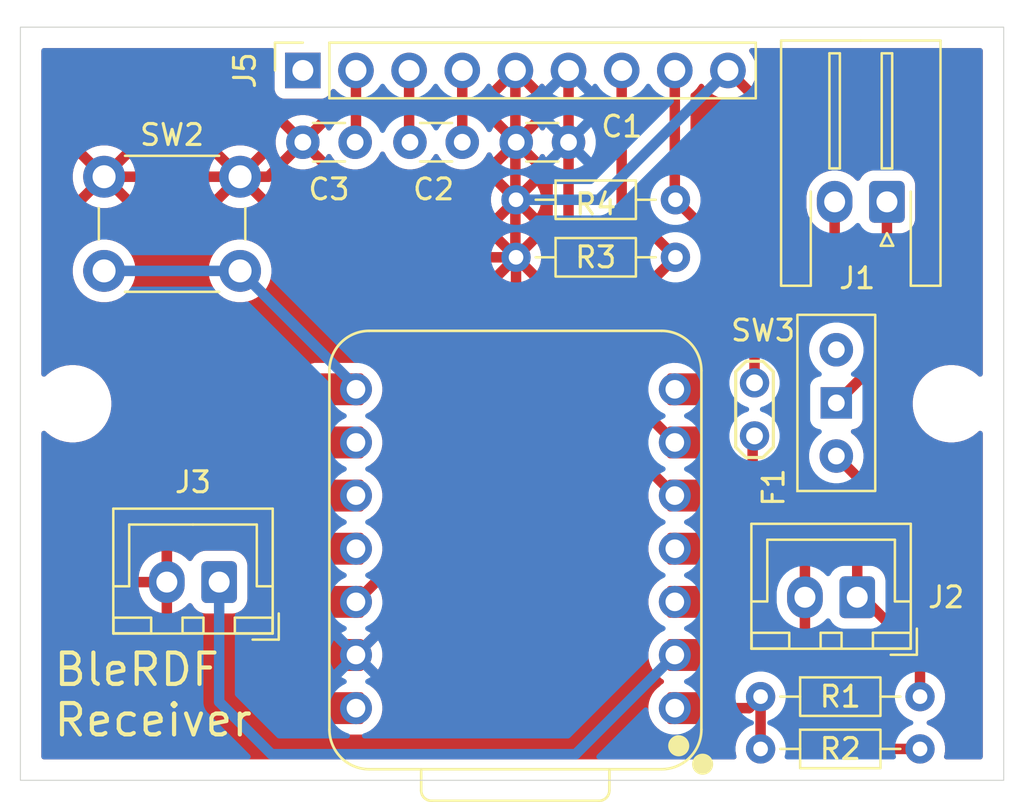
<source format=kicad_pcb>
(kicad_pcb (version 20241229) (generator "pcbnew") (generator_version "9.0")
  (layers (0 "F.Cu" signal) (2 "B.Cu" signal) (13 "F.Paste" user) (15 "B.Paste" user) (5 "F.SilkS" user "F.Silkscreen") (7 "B.SilkS" user "B.Silkscreen") (1 "F.Mask" user) (3 "B.Mask" user) (25 "Edge.Cuts" user))
  (net 0 "")
  (net 1 "Net-(J1-Pin_1)")
  (net 2 "Net-(J1-Pin_2)")
  (net 4 "Net-(J2-Pin_1)")
  (net 5 "Net-(U1-GPIO0{slash}A0{slash}D0)")
  (net 6 "Net-(J2-Pin_2)")
  (net 7 "Net-(U1-GPIO17{slash}D7{slash}RX)")
  (net 22 "Net-(J5-Pin_3)")
  (net 23 "Net-(J5-Pin_4)")
  (net 24 "Net-(J5-Pin_2)")
  (net 26 "Net-(J5-Pin_7)")
  (net 27 "Net-(J5-Pin_8)")
  (net 28 "VCC")
  (net 29 "GND")
  (net 30 "Net-(J3-Pin_1)")
  (footprint "MountingHole:MountingHole_3.2mm_M3" (layer "F.Cu") (at 94.5 68)
    (property "Reference" "H2" (hide yes))
    (property "Value" "MountingHole" (hide yes))
    (pad "" np_thru_hole circle (at 0 0) (size 3.2 3.2) (drill 3.2) (layers "*.Cu" "*.Mask"))
  )
  (footprint "TestPoint:TestPoint_2Pads_Pitch2.54mm_Drill0.8mm" (layer "F.Cu") (at 85.09 67 -90)
    (property "Reference" "F1" (at 5 -0.91 90) (layer "F.SilkS"))
    (property "Value" "Polyfuse_Small" (hide yes))
    (fp_line (start -0.53 0.9) (end -1.03 0.4) (stroke (width 0.15)) (layer "F.SilkS"))
    (fp_line (start 3.07 0.9) (end -0.53 0.9) (stroke (width 0.15)) (layer "F.SilkS"))
    (fp_line (start -1.03 0.4) (end -1.03 -0.4) (stroke (width 0.15)) (layer "F.SilkS"))
    (fp_line (start 3.57 0.4) (end 3.07 0.9) (stroke (width 0.15)) (layer "F.SilkS"))
    (fp_line (start -1.03 -0.4) (end -0.53 -0.9) (stroke (width 0.15)) (layer "F.SilkS"))
    (fp_line (start 3.57 -0.4) (end 3.57 0.4) (stroke (width 0.15)) (layer "F.SilkS"))
    (fp_line (start -0.53 -0.9) (end 3.07 -0.9) (stroke (width 0.15)) (layer "F.SilkS"))
    (fp_line (start 3.07 -0.9) (end 3.57 -0.4) (stroke (width 0.15)) (layer "F.SilkS"))
    (pad "1" thru_hole circle (at 0 0 270) (size 1.4 1.4) (drill 0.8) (layers "*.Cu" "*.Mask") (net 2 "Net-(J1-Pin_2)"))
    (pad "2" thru_hole circle (at 2.54 0 270) (size 1.4 1.4) (drill 0.8) (layers "*.Cu" "*.Mask") (net 6 "Net-(J2-Pin_2)"))
  )
  (footprint "Connector_PinSocket_2.54mm:PinSocket_1x09_P2.54mm_Vertical" (layer "F.Cu") (at 63.5 52.07 90)
    (property "Reference" "J5" (at 0 -2.77 90) (layer "F.SilkS"))
    (property "Value" "Conn_01x09_Pin" (hide yes))
    (fp_line (start 1.33 -1.33) (end 1.33 0) (stroke (width 0.12)) (layer "F.SilkS"))
    (fp_line (start 0 -1.33) (end 1.33 -1.33) (stroke (width 0.12)) (layer "F.SilkS"))
    (fp_line (start 1.33 1.27) (end 1.33 21.65) (stroke (width 0.12)) (layer "F.SilkS"))
    (fp_line (start -1.33 1.27) (end 1.33 1.27) (stroke (width 0.12)) (layer "F.SilkS"))
    (fp_line (start -1.33 1.27) (end -1.33 21.65) (stroke (width 0.12)) (layer "F.SilkS"))
    (fp_line (start -1.33 21.65) (end 1.33 21.65) (stroke (width 0.12)) (layer "F.SilkS"))
    (pad "1" thru_hole rect (at 0 0 90) (size 1.7 1.7) (drill 1) (layers "*.Cu" "*.Mask"))
    (pad "2" thru_hole circle (at 0 2.54 90) (size 1.7 1.7) (drill 1) (layers "*.Cu" "*.Mask") (net 24 "Net-(J5-Pin_2)"))
    (pad "3" thru_hole circle (at 0 5.08 90) (size 1.7 1.7) (drill 1) (layers "*.Cu" "*.Mask") (net 22 "Net-(J5-Pin_3)"))
    (pad "4" thru_hole circle (at 0 7.62 90) (size 1.7 1.7) (drill 1) (layers "*.Cu" "*.Mask") (net 23 "Net-(J5-Pin_4)"))
    (pad "5" thru_hole circle (at 0 10.16 90) (size 1.7 1.7) (drill 1) (layers "*.Cu" "*.Mask") (net 28 "VCC"))
    (pad "6" thru_hole circle (at 0 12.7 90) (size 1.7 1.7) (drill 1) (layers "*.Cu" "*.Mask") (net 29 "GND"))
    (pad "7" thru_hole circle (at 0 15.24 90) (size 1.7 1.7) (drill 1) (layers "*.Cu" "*.Mask") (net 26 "Net-(J5-Pin_7)"))
    (pad "8" thru_hole circle (at 0 17.78 90) (size 1.7 1.7) (drill 1) (layers "*.Cu" "*.Mask") (net 27 "Net-(J5-Pin_8)"))
    (pad "9" thru_hole circle (at 0 20.32 90) (size 1.7 1.7) (drill 1) (layers "*.Cu" "*.Mask") (net 28 "VCC"))
  )
  (footprint "Resistor_THT:R_Axial_DIN0204_L3.6mm_D1.6mm_P7.62mm_Horizontal" (layer "F.Cu") (at 85.38 82)
    (property "Reference" "R1" (at 3.81 0 0) (layer "F.SilkS"))
    (property "Value" "220k" (hide yes))
    (fp_line (start 0.94 0) (end 1.89 0) (stroke (width 0.12)) (layer "F.SilkS"))
    (fp_line (start 6.68 0) (end 5.73 0) (stroke (width 0.12)) (layer "F.SilkS"))
    (fp_rect (start 1.89 -0.92) (end 5.73 0.92) (stroke (width 0.12)) (fill no) (layer "F.SilkS"))
    (pad "1" thru_hole circle (at 0 0) (size 1.4 1.4) (drill 0.7) (layers "*.Cu" "*.Mask") (net 5 "Net-(U1-GPIO0{slash}A0{slash}D0)"))
    (pad "2" thru_hole circle (at 7.62 0) (size 1.4 1.4) (drill 0.7) (layers "*.Cu" "*.Mask") (net 4 "Net-(J2-Pin_1)"))
  )
  (footprint "Resistor_THT:R_Axial_DIN0204_L3.6mm_D1.6mm_P7.62mm_Horizontal" (layer "F.Cu") (at 73.69 58.25)
    (property "Reference" "R4" (at 3.81 0.215 0) (layer "F.SilkS"))
    (property "Value" "10k" (hide yes))
    (fp_line (start 0.94 0) (end 1.89 0) (stroke (width 0.12)) (layer "F.SilkS"))
    (fp_line (start 6.68 0) (end 5.73 0) (stroke (width 0.12)) (layer "F.SilkS"))
    (fp_rect (start 1.89 -0.92) (end 5.73 0.92) (stroke (width 0.12)) (fill no) (layer "F.SilkS"))
    (pad "1" thru_hole circle (at 0 0) (size 1.4 1.4) (drill 0.7) (layers "*.Cu" "*.Mask") (net 28 "VCC"))
    (pad "2" thru_hole circle (at 7.62 0) (size 1.4 1.4) (drill 0.7) (layers "*.Cu" "*.Mask") (net 27 "Net-(J5-Pin_8)"))
  )
  (footprint "Resistor_THT:R_Axial_DIN0204_L3.6mm_D1.6mm_P7.62mm_Horizontal" (layer "F.Cu") (at 73.69 61)
    (property "Reference" "R3" (at 3.81 0 0) (layer "F.SilkS"))
    (property "Value" "10k" (hide yes))
    (fp_line (start 0.94 0) (end 1.89 0) (stroke (width 0.12)) (layer "F.SilkS"))
    (fp_line (start 6.68 0) (end 5.73 0) (stroke (width 0.12)) (layer "F.SilkS"))
    (fp_rect (start 1.89 -0.92) (end 5.73 0.92) (stroke (width 0.12)) (fill no) (layer "F.SilkS"))
    (pad "1" thru_hole circle (at 0 0) (size 1.4 1.4) (drill 0.7) (layers "*.Cu" "*.Mask") (net 28 "VCC"))
    (pad "2" thru_hole circle (at 7.62 0) (size 1.4 1.4) (drill 0.7) (layers "*.Cu" "*.Mask") (net 26 "Net-(J5-Pin_7)"))
  )
  (footprint "Capacitor_THT:C_Disc_D3.0mm_W1.6mm_P2.50mm" (layer "F.Cu") (at 63.5 55.5)
    (property "Reference" "C3" (at 1.25 2.25 0) (layer "F.SilkS"))
    (property "Value" "1.0u" (hide yes))
    (fp_line (start 0.485 -0.92) (end 2.015 -0.92) (stroke (width 0.12)) (layer "F.SilkS"))
    (fp_line (start 2.015 0.92) (end 0.485 0.92) (stroke (width 0.12)) (layer "F.SilkS"))
    (pad "1" thru_hole circle (at 0 0) (size 1.6 1.6) (drill 0.8) (layers "*.Cu" "*.Mask") (net 28 "VCC"))
    (pad "2" thru_hole circle (at 2.5 0) (size 1.6 1.6) (drill 0.8) (layers "*.Cu" "*.Mask") (net 24 "Net-(J5-Pin_2)"))
  )
  (footprint "Resistor_THT:R_Axial_DIN0204_L3.6mm_D1.6mm_P7.62mm_Horizontal" (layer "F.Cu") (at 85.38 84.5)
    (property "Reference" "R2" (at 3.81 0 0) (layer "F.SilkS"))
    (property "Value" "220k" (hide yes))
    (fp_line (start 0.94 0) (end 1.89 0) (stroke (width 0.12)) (layer "F.SilkS"))
    (fp_line (start 6.68 0) (end 5.73 0) (stroke (width 0.12)) (layer "F.SilkS"))
    (fp_rect (start 1.89 -0.92) (end 5.73 0.92) (stroke (width 0.12)) (fill no) (layer "F.SilkS"))
    (pad "1" thru_hole circle (at 0 0) (size 1.4 1.4) (drill 0.7) (layers "*.Cu" "*.Mask") (net 5 "Net-(U1-GPIO0{slash}A0{slash}D0)"))
    (pad "2" thru_hole circle (at 7.62 0) (size 1.4 1.4) (drill 0.7) (layers "*.Cu" "*.Mask") (net 6 "Net-(J2-Pin_2)"))
  )
  (footprint "Capacitor_THT:C_Disc_D3.0mm_W1.6mm_P2.50mm" (layer "F.Cu") (at 73.7 55.5)
    (property "Reference" "C1" (at 5.05 -0.75 0) (layer "F.SilkS"))
    (property "Value" "0.1u")
    (fp_line (start 0.485 -0.92) (end 2.015 -0.92) (stroke (width 0.12)) (layer "F.SilkS"))
    (fp_line (start 2.015 0.92) (end 0.485 0.92) (stroke (width 0.12)) (layer "F.SilkS"))
    (pad "1" thru_hole circle (at 0 0) (size 1.6 1.6) (drill 0.8) (layers "*.Cu" "*.Mask") (net 28 "VCC"))
    (pad "2" thru_hole circle (at 2.5 0) (size 1.6 1.6) (drill 0.8) (layers "*.Cu" "*.Mask") (net 29 "GND"))
  )
  (footprint "Seeed Studio XIAO Series Library:XIAO-ESP32C6-DIP" (layer "F.Cu") (at 73.615 74.93 180)
    (property "Reference" "U1" (hide yes))
    (property "Value" "XIAO-ESP32-C6")
    (fp_line (start 8.845 8.509) (end 8.845 -8.636) (stroke (width 0.127)) (layer "F.SilkS"))
    (fp_line (start 6.94 -10.541) (end -7.03 -10.541) (stroke (width 0.1)) (layer "F.SilkS"))
    (fp_line (start 6.94 -10.541) (end -7.03 -10.541) (stroke (width 0.127)) (layer "F.SilkS"))
    (fp_line (start 4.459 -11.551) (end 4.459 -10.541) (stroke (width 0.127)) (layer "F.SilkS"))
    (fp_line (start -4.036272 -12.051) (end 3.959 -12.051) (stroke (width 0.127)) (layer "F.SilkS"))
    (fp_line (start -4.54 -10.541) (end -4.536272 -11.551272) (stroke (width 0.127)) (layer "F.SilkS"))
    (fp_line (start -7.03 10.414) (end 6.94 10.414) (stroke (width 0.127)) (layer "F.SilkS"))
    (fp_line (start -8.935 8.509) (end -8.935 -8.636) (stroke (width 0.127)) (layer "F.SilkS"))
    (fp_arc (start 8.845 8.509) (mid 8.287038 9.856038) (end 6.94 10.414) (stroke (width 0.127)) (layer "F.SilkS"))
    (fp_arc (start 6.94 -10.541) (mid 8.287038 -9.983038) (end 8.845 -8.636) (stroke (width 0.127)) (layer "F.SilkS"))
    (fp_arc (start 3.959 -12.051) (mid 4.312553 -11.904553) (end 4.459 -11.551) (stroke (width 0.127)) (layer "F.SilkS"))
    (fp_arc (start -4.536272 -11.551272) (mid -4.389728 -11.90464) (end -4.036272 -12.051) (stroke (width 0.127)) (layer "F.SilkS"))
    (fp_arc (start -7.03 10.414) (mid -8.377038 9.856038) (end -8.935 8.509) (stroke (width 0.127)) (layer "F.SilkS"))
    (fp_arc (start -8.935 -8.636) (mid -8.377038 -9.983038) (end -7.03 -10.541) (stroke (width 0.127)) (layer "F.SilkS"))
    (fp_circle (center -7.852 -9.42) (end -7.852 -9.674) (stroke (width 0.5)) (fill yes) (layer "F.SilkS"))
    (fp_circle (center -8.995 -10.3) (end -8.995 -10.554) (stroke (width 0.5)) (fill yes) (layer "F.SilkS"))
    (pad "1" smd roundrect (at -8.5 -7.62) (size 2.432 1.524) (layers "F.Cu" "F.Mask") (roundrect_rratio 0.1) (net 5 "Net-(U1-GPIO0{slash}A0{slash}D0)"))
    (pad "1" thru_hole circle (at -7.665 -7.62) (size 1.524 1.524) (drill 0.889) (layers "*.Cu" "*.Mask") (net 5 "Net-(U1-GPIO0{slash}A0{slash}D0)"))
    (pad "2" smd roundrect (at -8.5 -5.08) (size 2.432 1.524) (layers "F.Cu" "F.Mask") (roundrect_rratio 0.1) (net 30 "Net-(J3-Pin_1)"))
    (pad "2" thru_hole circle (at -7.665 -5.08) (size 1.524 1.524) (drill 0.889) (layers "*.Cu" "*.Mask") (net 30 "Net-(J3-Pin_1)"))
    (pad "3" smd roundrect (at -8.5 -2.54) (size 2.432 1.524) (layers "F.Cu" "F.Mask") (roundrect_rratio 0.1))
    (pad "3" thru_hole circle (at -7.665 -2.54) (size 1.524 1.524) (drill 0.889) (layers "*.Cu" "*.Mask"))
    (pad "4" smd roundrect (at -8.5 0) (size 2.432 1.524) (layers "F.Cu" "F.Mask") (roundrect_rratio 0.1))
    (pad "4" thru_hole circle (at -7.665 0) (size 1.524 1.524) (drill 0.889) (layers "*.Cu" "*.Mask"))
    (pad "5" smd roundrect (at -8.5 2.54) (size 2.432 1.524) (layers "F.Cu" "F.Mask") (roundrect_rratio 0.1) (net 26 "Net-(J5-Pin_7)"))
    (pad "5" thru_hole circle (at -7.665 2.54) (size 1.524 1.524) (drill 0.889) (layers "*.Cu" "*.Mask") (net 26 "Net-(J5-Pin_7)"))
    (pad "6" smd roundrect (at -8.5 5.08) (size 2.432 1.524) (layers "F.Cu" "F.Mask") (roundrect_rratio 0.1) (net 27 "Net-(J5-Pin_8)"))
    (pad "6" thru_hole circle (at -7.665 5.08) (size 1.524 1.524) (drill 0.889) (layers "*.Cu" "*.Mask") (net 27 "Net-(J5-Pin_8)"))
    (pad "7" smd roundrect (at -8.5 7.62) (size 2.432 1.524) (layers "F.Cu" "F.Mask") (roundrect_rratio 0.1))
    (pad "7" thru_hole circle (at -7.665 7.62) (size 1.524 1.524) (drill 0.889) (layers "*.Cu" "*.Mask"))
    (pad "8" thru_hole circle (at 7.575 7.62 180) (size 1.524 1.524) (drill 0.889) (layers "*.Cu" "*.Mask") (net 7 "Net-(U1-GPIO17{slash}D7{slash}RX)"))
    (pad "8" smd roundrect (at 8.41 7.62 180) (size 2.432 1.524) (layers "F.Cu" "F.Mask") (roundrect_rratio 0.1) (net 7 "Net-(U1-GPIO17{slash}D7{slash}RX)"))
    (pad "9" thru_hole circle (at 7.575 5.08 180) (size 1.524 1.524) (drill 0.889) (layers "*.Cu" "*.Mask"))
    (pad "9" smd roundrect (at 8.41 5.08 180) (size 2.432 1.524) (layers "F.Cu" "F.Mask") (roundrect_rratio 0.1))
    (pad "10" thru_hole circle (at 7.575 2.54 180) (size 1.524 1.524) (drill 0.889) (layers "*.Cu" "*.Mask"))
    (pad "10" smd roundrect (at 8.41 2.54 180) (size 2.432 1.524) (layers "F.Cu" "F.Mask") (roundrect_rratio 0.1))
    (pad "11" thru_hole circle (at 7.575 0 180) (size 1.524 1.524) (drill 0.889) (layers "*.Cu" "*.Mask"))
    (pad "11" smd roundrect (at 8.41 0 180) (size 2.432 1.524) (layers "F.Cu" "F.Mask") (roundrect_rratio 0.1))
    (pad "12" thru_hole circle (at 7.575 -2.54 180) (size 1.524 1.524) (drill 0.889) (layers "*.Cu" "*.Mask") (net 28 "VCC"))
    (pad "12" smd roundrect (at 8.41 -2.54 180) (size 2.432 1.524) (layers "F.Cu" "F.Mask") (roundrect_rratio 0.1) (net 28 "VCC"))
    (pad "13" thru_hole circle (at 7.575 -5.08 180) (size 1.524 1.524) (drill 0.889) (layers "*.Cu" "*.Mask") (net 29 "GND"))
    (pad "13" smd roundrect (at 8.41 -5.08 180) (size 2.432 1.524) (layers "F.Cu" "F.Mask") (roundrect_rratio 0.1) (net 29 "GND"))
    (pad "14" thru_hole circle (at 7.575 -7.62 180) (size 1.524 1.524) (drill 0.889) (layers "*.Cu" "*.Mask"))
    (pad "14" smd roundrect (at 8.41 -7.62 180) (size 2.432 1.524) (layers "F.Cu" "F.Mask") (roundrect_rratio 0.1))
  )
  (footprint "Connector_JST:JST_XH_B2B-XH-A_1x02_P2.50mm_Vertical" (layer "F.Cu") (at 59.5 76.525 180)
    (property "Reference" "J3" (at 1.25 4.775 0) (layer "F.SilkS"))
    (property "Value" "Conn_01x02" (hide yes))
    (fp_line (start 5.06 3.51) (end 5.06 -2.46) (stroke (width 0.12)) (layer "F.SilkS"))
    (fp_line (start 5.06 -2.46) (end -2.56 -2.46) (stroke (width 0.12)) (layer "F.SilkS"))
    (fp_line (start 5.05 -0.2) (end 4.3 -0.2) (stroke (width 0.12)) (layer "F.SilkS"))
    (fp_line (start 5.05 -1.7) (end 5.05 -2.45) (stroke (width 0.12)) (layer "F.SilkS"))
    (fp_line (start 5.05 -2.45) (end 3.25 -2.45) (stroke (width 0.12)) (layer "F.SilkS"))
    (fp_line (start 4.3 2.75) (end 1.25 2.75) (stroke (width 0.12)) (layer "F.SilkS"))
    (fp_line (start 4.3 -0.2) (end 4.3 2.75) (stroke (width 0.12)) (layer "F.SilkS"))
    (fp_line (start 3.25 -1.7) (end 5.05 -1.7) (stroke (width 0.12)) (layer "F.SilkS"))
    (fp_line (start 3.25 -2.45) (end 3.25 -1.7) (stroke (width 0.12)) (layer "F.SilkS"))
    (fp_line (start 1.75 -1.7) (end 1.75 -2.45) (stroke (width 0.12)) (layer "F.SilkS"))
    (fp_line (start 1.75 -2.45) (end 0.75 -2.45) (stroke (width 0.12)) (layer "F.SilkS"))
    (fp_line (start 0.75 -1.7) (end 1.75 -1.7) (stroke (width 0.12)) (layer "F.SilkS"))
    (fp_line (start 0.75 -2.45) (end 0.75 -1.7) (stroke (width 0.12)) (layer "F.SilkS"))
    (fp_line (start -0.75 -1.7) (end -0.75 -2.45) (stroke (width 0.12)) (layer "F.SilkS"))
    (fp_line (start -0.75 -2.45) (end -2.55 -2.45) (stroke (width 0.12)) (layer "F.SilkS"))
    (fp_line (start -1.6 -2.75) (end -2.85 -2.75) (stroke (width 0.12)) (layer "F.SilkS"))
    (fp_line (start -1.8 2.75) (end 1.25 2.75) (stroke (width 0.12)) (layer "F.SilkS"))
    (fp_line (start -1.8 -0.2) (end -1.8 2.75) (stroke (width 0.12)) (layer "F.SilkS"))
    (fp_line (start -2.55 -0.2) (end -1.8 -0.2) (stroke (width 0.12)) (layer "F.SilkS"))
    (fp_line (start -2.55 -1.7) (end -0.75 -1.7) (stroke (width 0.12)) (layer "F.SilkS"))
    (fp_line (start -2.55 -2.45) (end -2.55 -1.7) (stroke (width 0.12)) (layer "F.SilkS"))
    (fp_line (start -2.56 3.51) (end 5.06 3.51) (stroke (width 0.12)) (layer "F.SilkS"))
    (fp_line (start -2.56 -2.46) (end -2.56 3.51) (stroke (width 0.12)) (layer "F.SilkS"))
    (fp_line (start -2.85 -2.75) (end -2.85 -1.5) (stroke (width 0.12)) (layer "F.SilkS"))
    (pad "1" thru_hole roundrect (at 0 0 180) (size 1.7 2) (drill 1) (layers "*.Cu" "*.Mask") (roundrect_rratio 0.147059) (net 30 "Net-(J3-Pin_1)"))
    (pad "2" thru_hole oval (at 2.5 0 180) (size 1.7 2) (drill 1) (layers "*.Cu" "*.Mask") (net 28 "VCC"))
  )
  (footprint "Connector_JST:JST_XH_S2B-XH-A-1_1x02_P2.50mm_Horizontal" (layer "F.Cu") (at 91.42 58.35 180)
    (property "Reference" "J1" (at 1.42 -3.65 0) (layer "F.SilkS"))
    (property "Value" "Conn_01x02")
    (fp_line (start 5.06 7.71) (end 5.06 -4.01) (stroke (width 0.12)) (layer "F.SilkS"))
    (fp_line (start 5.06 -4.01) (end 3.64 -4.01) (stroke (width 0.12)) (layer "F.SilkS"))
    (fp_line (start 3.64 -4.01) (end 3.64 0.49) (stroke (width 0.12)) (layer "F.SilkS"))
    (fp_line (start 2.75 7.1) (end 2.75 1.6) (stroke (width 0.12)) (layer "F.SilkS"))
    (fp_line (start 2.75 1.6) (end 2.25 1.6) (stroke (width 0.12)) (layer "F.SilkS"))
    (fp_line (start 2.25 7.1) (end 2.75 7.1) (stroke (width 0.12)) (layer "F.SilkS"))
    (fp_line (start 2.25 1.6) (end 2.25 7.1) (stroke (width 0.12)) (layer "F.SilkS"))
    (fp_line (start 1.25 7.71) (end 5.06 7.71) (stroke (width 0.12)) (layer "F.SilkS"))
    (fp_line (start 1.25 7.71) (end -2.56 7.71) (stroke (width 0.12)) (layer "F.SilkS"))
    (fp_line (start 0.3 -2.1) (end 0 -1.5) (stroke (width 0.12)) (layer "F.SilkS"))
    (fp_line (start 0.25 7.1) (end 0.25 1.6) (stroke (width 0.12)) (layer "F.SilkS"))
    (fp_line (start 0.25 1.6) (end -0.25 1.6) (stroke (width 0.12)) (layer "F.SilkS"))
    (fp_line (start 0 -1.5) (end -0.3 -2.1) (stroke (width 0.12)) (layer "F.SilkS"))
    (fp_line (start -0.25 7.1) (end 0.25 7.1) (stroke (width 0.12)) (layer "F.SilkS"))
    (fp_line (start -0.25 1.6) (end -0.25 7.1) (stroke (width 0.12)) (layer "F.SilkS"))
    (fp_line (start -0.3 -2.1) (end 0.3 -2.1) (stroke (width 0.12)) (layer "F.SilkS"))
    (fp_line (start -1.14 -4.01) (end -1.14 0.49) (stroke (width 0.12)) (layer "F.SilkS"))
    (fp_line (start -2.56 7.71) (end -2.56 -4.01) (stroke (width 0.12)) (layer "F.SilkS"))
    (fp_line (start -2.56 -4.01) (end -1.14 -4.01) (stroke (width 0.12)) (layer "F.SilkS"))
    (pad "1" thru_hole roundrect (at 0 0 180) (size 1.7 2) (drill 1) (layers "*.Cu" "*.Mask") (roundrect_rratio 0.147059) (net 1 "Net-(J1-Pin_1)"))
    (pad "2" thru_hole oval (at 2.5 0 180) (size 1.7 2) (drill 1) (layers "*.Cu" "*.Mask") (net 2 "Net-(J1-Pin_2)"))
  )
  (footprint "Capacitor_THT:C_Disc_D3.0mm_W1.6mm_P2.50mm" (layer "F.Cu") (at 68.62 55.5)
    (property "Reference" "C2" (at 1.13 2.25 0) (layer "F.SilkS"))
    (property "Value" "1.0u" (hide yes))
    (fp_line (start 0.485 -0.92) (end 2.015 -0.92) (stroke (width 0.12)) (layer "F.SilkS"))
    (fp_line (start 2.015 0.92) (end 0.485 0.92) (stroke (width 0.12)) (layer "F.SilkS"))
    (pad "1" thru_hole circle (at 0 0) (size 1.6 1.6) (drill 0.8) (layers "*.Cu" "*.Mask") (net 22 "Net-(J5-Pin_3)"))
    (pad "2" thru_hole circle (at 2.5 0) (size 1.6 1.6) (drill 0.8) (layers "*.Cu" "*.Mask") (net 23 "Net-(J5-Pin_4)"))
  )
  (footprint "MountingHole:MountingHole_3.2mm_M3" (layer "F.Cu") (at 52.5 68)
    (property "Reference" "H1" (hide yes))
    (property "Value" "MountingHole" (hide yes))
    (pad "" np_thru_hole circle (at 0 0) (size 3.2 3.2) (drill 3.2) (layers "*.Cu" "*.Mask"))
  )
  (footprint "Button_Switch_THT:SW_Slide-03_AKIZUKI-SS-12D00G3 8.5x3.7x3.5_P2.54mm" (layer "F.Cu") (at 89 67.96 90)
    (property "Reference" "SW3" (at 3.46 -3.5 180) (layer "F.SilkS"))
    (property "Value" "SW_SPDT_312" (hide yes))
    (fp_rect (start -4.21 -1.86) (end 4.21 1.86) (stroke (width 0.12)) (fill no) (layer "F.SilkS"))
    (pad "1" thru_hole rect (at 0 0 90) (size 1.5 1.5) (drill 0.8) (layers "*.Cu" "*.Mask") (net 1 "Net-(J1-Pin_1)"))
    (pad "2" thru_hole circle (at -2.54 0 90) (size 1.6 1.6) (drill 0.8) (layers "*.Cu" "*.Mask") (net 4 "Net-(J2-Pin_1)"))
    (pad "3" thru_hole circle (at 2.54 0 90) (size 1.6 1.6) (drill 0.8) (layers "*.Cu" "*.Mask"))
  )
  (footprint "Connector_JST:JST_XH_B2B-XH-A_1x02_P2.50mm_Vertical" (layer "F.Cu") (at 90 77.25 180)
    (property "Reference" "J2" (at -4.25 0 0) (layer "F.SilkS"))
    (property "Value" "Conn_01x02")
    (fp_line (start 5.06 3.51) (end 5.06 -2.46) (stroke (width 0.12)) (layer "F.SilkS"))
    (fp_line (start 5.06 -2.46) (end -2.56 -2.46) (stroke (width 0.12)) (layer "F.SilkS"))
    (fp_line (start 5.05 -0.2) (end 4.3 -0.2) (stroke (width 0.12)) (layer "F.SilkS"))
    (fp_line (start 5.05 -1.7) (end 5.05 -2.45) (stroke (width 0.12)) (layer "F.SilkS"))
    (fp_line (start 5.05 -2.45) (end 3.25 -2.45) (stroke (width 0.12)) (layer "F.SilkS"))
    (fp_line (start 4.3 2.75) (end 1.25 2.75) (stroke (width 0.12)) (layer "F.SilkS"))
    (fp_line (start 4.3 -0.2) (end 4.3 2.75) (stroke (width 0.12)) (layer "F.SilkS"))
    (fp_line (start 3.25 -1.7) (end 5.05 -1.7) (stroke (width 0.12)) (layer "F.SilkS"))
    (fp_line (start 3.25 -2.45) (end 3.25 -1.7) (stroke (width 0.12)) (layer "F.SilkS"))
    (fp_line (start 1.75 -1.7) (end 1.75 -2.45) (stroke (width 0.12)) (layer "F.SilkS"))
    (fp_line (start 1.75 -2.45) (end 0.75 -2.45) (stroke (width 0.12)) (layer "F.SilkS"))
    (fp_line (start 0.75 -1.7) (end 1.75 -1.7) (stroke (width 0.12)) (layer "F.SilkS"))
    (fp_line (start 0.75 -2.45) (end 0.75 -1.7) (stroke (width 0.12)) (layer "F.SilkS"))
    (fp_line (start -0.75 -1.7) (end -0.75 -2.45) (stroke (width 0.12)) (layer "F.SilkS"))
    (fp_line (start -0.75 -2.45) (end -2.55 -2.45) (stroke (width 0.12)) (layer "F.SilkS"))
    (fp_line (start -1.6 -2.75) (end -2.85 -2.75) (stroke (width 0.12)) (layer "F.SilkS"))
    (fp_line (start -1.8 2.75) (end 1.25 2.75) (stroke (width 0.12)) (layer "F.SilkS"))
    (fp_line (start -1.8 -0.2) (end -1.8 2.75) (stroke (width 0.12)) (layer "F.SilkS"))
    (fp_line (start -2.55 -0.2) (end -1.8 -0.2) (stroke (width 0.12)) (layer "F.SilkS"))
    (fp_line (start -2.55 -1.7) (end -0.75 -1.7) (stroke (width 0.12)) (layer "F.SilkS"))
    (fp_line (start -2.55 -2.45) (end -2.55 -1.7) (stroke (width 0.12)) (layer "F.SilkS"))
    (fp_line (start -2.56 3.51) (end 5.06 3.51) (stroke (width 0.12)) (layer "F.SilkS"))
    (fp_line (start -2.56 -2.46) (end -2.56 3.51) (stroke (width 0.12)) (layer "F.SilkS"))
    (fp_line (start -2.85 -2.75) (end -2.85 -1.5) (stroke (width 0.12)) (layer "F.SilkS"))
    (pad "1" thru_hole roundrect (at 0 0 180) (size 1.7 2) (drill 1) (layers "*.Cu" "*.Mask") (roundrect_rratio 0.147059) (net 4 "Net-(J2-Pin_1)"))
    (pad "2" thru_hole oval (at 2.5 0 180) (size 1.7 2) (drill 1) (layers "*.Cu" "*.Mask") (net 6 "Net-(J2-Pin_2)"))
  )
  (footprint "Button_Switch_THT:SW_PUSH_6mm_H5mm" (layer "F.Cu") (at 54 57.15)
    (property "Reference" "SW2" (at 3.25 -2 0) (layer "F.SilkS"))
    (property "Value" "SW_Push" (hide yes))
    (fp_line (start -0.25 1.5) (end -0.25 3) (stroke (width 0.12)) (layer "F.SilkS"))
    (fp_line (start 1 5.5) (end 5.5 5.5) (stroke (width 0.12)) (layer "F.SilkS"))
    (fp_line (start 5.5 -1) (end 1 -1) (stroke (width 0.12)) (layer "F.SilkS"))
    (fp_line (start 6.75 3) (end 6.75 1.5) (stroke (width 0.12)) (layer "F.SilkS"))
    (pad "1" thru_hole circle (at 0 0 90) (size 2 2) (drill 1.1) (layers "*.Cu" "*.Mask") (net 28 "VCC"))
    (pad "1" thru_hole circle (at 6.5 0 90) (size 2 2) (drill 1.1) (layers "*.Cu" "*.Mask") (net 28 "VCC"))
    (pad "2" thru_hole circle (at 0 4.5 90) (size 2 2) (drill 1.1) (layers "*.Cu" "*.Mask") (net 7 "Net-(U1-GPIO17{slash}D7{slash}RX)"))
    (pad "2" thru_hole circle (at 6.5 4.5 90) (size 2 2) (drill 1.1) (layers "*.Cu" "*.Mask") (net 7 "Net-(U1-GPIO17{slash}D7{slash}RX)"))
  )
  (gr_rect (start 50 50) (end 97 86) (stroke (width 0.05)) (fill no) (layer "Edge.Cuts"))
  (gr_text "BleRDF\nReceiver" (at 51.5 84 0) (layer "F.SilkS") (effects (font (size 1.5 1.5) (thickness 0.2)) (justify left bottom)))
  (segment (start 91.42 58.35) (end 91.42 65.54) (width 0.5) (layer "F.Cu") (net 1))
  (segment (start 91.42 65.54) (end 89 67.96) (width 0.5) (layer "F.Cu") (net 1))
  (segment (start 85.09 67) (end 85.09 64.91) (width 0.5) (layer "F.Cu") (net 2))
  (segment (start 89 61) (end 88.92 60.92) (width 0.5) (layer "F.Cu") (net 2))
  (segment (start 88.92 60.92) (end 88.92 58.35) (width 0.5) (layer "F.Cu") (net 2))
  (segment (start 85.09 64.91) (end 89 61) (width 0.5) (layer "F.Cu") (net 2))
  (segment (start 90 71.5) (end 90 77) (width 0.5) (layer "F.Cu") (net 4))
  (segment (start 93 80) (end 93 82) (width 0.5) (layer "F.Cu") (net 4))
  (segment (start 89 70.5) (end 90 71.5) (width 0.5) (layer "F.Cu") (net 4))
  (segment (start 90 77) (end 93 80) (width 0.5) (layer "F.Cu") (net 4))
  (segment (start 84.83 82.55) (end 85.38 82) (width 0.5) (layer "F.Cu") (net 5))
  (segment (start 81.28 82.55) (end 84.83 82.55) (width 0.5) (layer "F.Cu") (net 5))
  (segment (start 85.38 82) (end 85.38 84.5) (width 0.5) (layer "F.Cu") (net 5))
  (segment (start 85 73) (end 87.5 75.5) (width 0.5) (layer "F.Cu") (net 6))
  (segment (start 85 69.5) (end 85 73) (width 0.5) (layer "F.Cu") (net 6))
  (segment (start 85.04 69.54) (end 85 69.5) (width 0.5) (layer "F.Cu") (net 6))
  (segment (start 93 84.5) (end 89 84.5) (width 0.5) (layer "F.Cu") (net 6))
  (segment (start 87.5 75.5) (end 87.5 77) (width 0.5) (layer "F.Cu") (net 6))
  (segment (start 87.5 83) (end 87.5 77) (width 0.5) (layer "F.Cu") (net 6))
  (segment (start 85.09 69.54) (end 85.04 69.54) (width 0.5) (layer "F.Cu") (net 6))
  (segment (start 89 84.5) (end 87.5 83) (width 0.5) (layer "F.Cu") (net 6))
  (segment (start 54 61.65) (end 60.5 61.65) (width 0.5) (layer "B.Cu") (net 7))
  (segment (start 66.04 67.19) (end 66.04 67.31) (width 0.5) (layer "B.Cu") (net 7))
  (segment (start 60.5 61.65) (end 66.04 67.19) (width 0.5) (layer "B.Cu") (net 7))
  (segment (start 68.58 55.46) (end 68.62 55.5) (width 0.5) (layer "F.Cu") (net 22))
  (segment (start 68.58 52.07) (end 68.58 55.46) (width 0.5) (layer "F.Cu") (net 22))
  (segment (start 68.58 55.205) (end 68.62 55.245) (width 0.5) (layer "F.Cu") (net 22))
  (segment (start 71.12 52.07) (end 71.12 55.5) (width 0.5) (layer "F.Cu") (net 23))
  (segment (start 66.04 52.21) (end 66 52.25) (width 0.5) (layer "F.Cu") (net 24))
  (segment (start 66.04 52.07) (end 66.04 52.21) (width 0.5) (layer "F.Cu") (net 24))
  (segment (start 66.04 52.07) (end 66.04 55.46) (width 0.5) (layer "F.Cu") (net 24))
  (segment (start 66.04 55.46) (end 66 55.5) (width 0.5) (layer "F.Cu") (net 24))
  (segment (start 81.31 61) (end 77.75 64.56) (width 0.5) (layer "F.Cu") (net 26))
  (segment (start 77.75 64.56) (end 77.75 68.86) (width 0.5) (layer "F.Cu") (net 26))
  (segment (start 81.31 61) (end 78.74 58.43) (width 0.5) (layer "F.Cu") (net 26))
  (segment (start 78.74 58.43) (end 78.74 52.07) (width 0.5) (layer "F.Cu") (net 26))
  (segment (start 77.75 68.86) (end 81.28 72.39) (width 0.5) (layer "F.Cu") (net 26))
  (segment (start 81.28 52.07) (end 81.28 58.22) (width 0.5) (layer "F.Cu") (net 27))
  (segment (start 79.75 66.25) (end 79.75 68.32) (width 0.5) (layer "F.Cu") (net 27))
  (segment (start 83 59.94) (end 83 63) (width 0.5) (layer "F.Cu") (net 27))
  (segment (start 81.28 58.22) (end 81.31 58.25) (width 0.5) (layer "F.Cu") (net 27))
  (segment (start 83 63) (end 79.75 66.25) (width 0.5) (layer "F.Cu") (net 27))
  (segment (start 79.75 68.32) (end 81.28 69.85) (width 0.5) (layer "F.Cu") (net 27))
  (segment (start 81.31 58.25) (end 83 59.94) (width 0.5) (layer "F.Cu") (net 27))
  (segment (start 60.5 57.15) (end 61.85 57.15) (width 0.5) (layer "F.Cu") (net 28))
  (segment (start 57 60.65) (end 60.5 57.15) (width 0.5) (layer "F.Cu") (net 28))
  (segment (start 73.69 61) (end 73.69 69.82) (width 0.5) (layer "F.Cu") (net 28))
  (segment (start 73.69 69.82) (end 66.04 77.47) (width 0.5) (layer "F.Cu") (net 28))
  (segment (start 60.5 57.15) (end 54 57.15) (width 0.5) (layer "F.Cu") (net 28))
  (segment (start 73.66 60.97) (end 73.69 61) (width 0.5) (layer "F.Cu") (net 28))
  (segment (start 61.85 57.15) (end 63.5 55.5) (width 0.5) (layer "F.Cu") (net 28))
  (segment (start 73.69 61) (end 64.35 61) (width 0.5) (layer "F.Cu") (net 28))
  (segment (start 73.66 52.07) (end 73.66 60.97) (width 0.5) (layer "F.Cu") (net 28))
  (segment (start 57 76.525) (end 57 60.65) (width 0.5) (layer "F.Cu") (net 28))
  (segment (start 64.35 61) (end 60.5 57.15) (width 0.5) (layer "F.Cu") (net 28))
  (segment (start 73.66 60.97) (end 73.69 61) (width 0.5) (layer "B.Cu") (net 28))
  (segment (start 77.64 58.25) (end 73.69 58.25) (width 0.5) (layer "B.Cu") (net 28))
  (segment (start 83.82 52.07) (end 77.64 58.25) (width 0.5) (layer "B.Cu") (net 28))
  (segment (start 66.04 80.01) (end 76.2 69.85) (width 0.5) (layer "F.Cu") (net 29))
  (segment (start 76.2 69.85) (end 76.2 52.07) (width 0.5) (layer "F.Cu") (net 29))
  (segment (start 59.5 76.525) (end 59.5 82.25) (width 0.5) (layer "B.Cu") (net 30))
  (segment (start 59.5 82.25) (end 62 84.75) (width 0.5) (layer "B.Cu") (net 30))
  (segment (start 76.54 84.75) (end 62 84.75) (width 0.5) (layer "B.Cu") (net 30))
  (segment (start 81.28 80.01) (end 76.54 84.75) (width 0.5) (layer "B.Cu") (net 30))
  (zone (net 28) (net_name "VCC") (layer "F.Cu") (connect_pads (clearance 0.5)) (min_thickness 0.25) (fill yes (thermal_gap 0.5) (thermal_bridge_width 0.5))
    (polygon (pts (xy 51 51) (xy 96 51) (xy 96 85) (xy 51 85)))
  )
  (zone (net 29) (net_name "GND") (layer "B.Cu") (priority 1) (connect_pads (clearance 0.5)) (min_thickness 0.25) (fill yes (thermal_gap 0.5) (thermal_bridge_width 0.5))
    (polygon (pts (xy 51 51) (xy 96 51) (xy 96 85) (xy 51 85)))
  )
)
</source>
